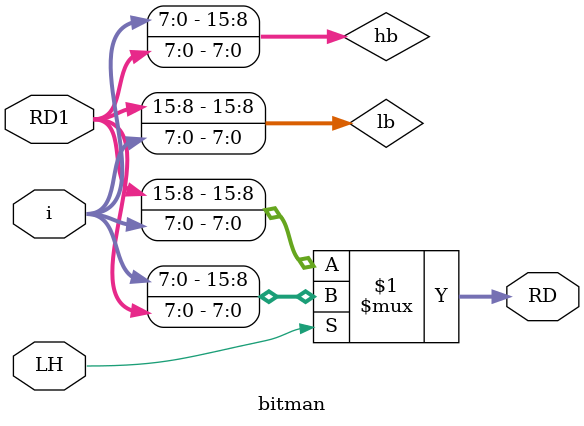
<source format=v>
module bitman (
input LH, //0 = llb, 1 = lhb
input [15:0] RD1,
input [7:0] i,

output [15:0] RD

);

wire [15:0] lb;
wire [15:0] hb;

assign lb[15:8] = RD1[15:8];
assign hb[7:0] = RD1[7:0];

assign lb[7:0] = i;
assign hb[15:8] = i;

assign RD = (LH) ? hb:lb;

endmodule
</source>
